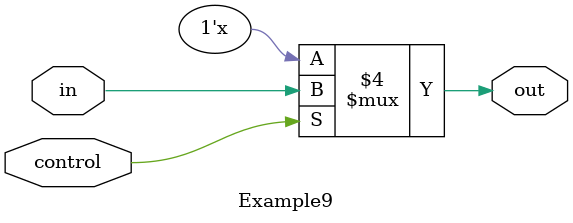
<source format=v>
`timescale 1ns / 1ps


module Example9(out, in, control);                     // If uses simple control input.
output out;
input in, control;
reg out;
always @(in or control)
begin                                                //    If uses simple control input complement or bar.
if(control == 1'b1)                                  //    if(control == 1'b0)
out = in;
else 
out = 1'bZ;

end
endmodule

</source>
